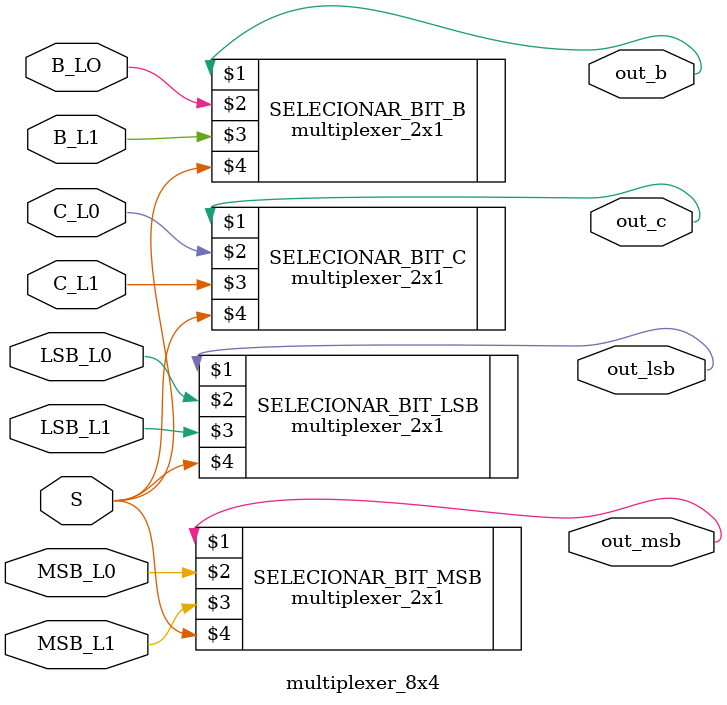
<source format=v>
/*                      --------MULTIPLEXADOR 8x4--------*/


module multiplexer_8x4(out_msb, out_b, out_c, out_lsb, MSB_L0, B_LO, C_L0, LSB_L0, MSB_L1, B_L1, C_L1, LSB_L1, S); // RECEBER DOIS COJUNTO DE 4 BITs E SELECIONAR UM DESSES CONJUNTOS DE BITs A PARTIR DO RESULTADO DE "S";

    input MSB_L0, B_LO, C_L0, LSB_L0;   // BITs DO PRIMEIRO CONJUNTO "L0";
    input MSB_L1, B_L1, C_L1, LSB_L1; // BITs DO SEGUNDO CONJUNTO "L1";
    input S; // ENTRADA DE HABILITAÇÃO — SE "S" FOR IGUAL A 0, ENTÃO SELECIONE O CONJUNTO L0, CASO O CONTRARIO ESCOLHA L1
    
    output out_msb, out_b, out_c, out_lsb; // CONJUNTO DE BITs SELECIONADOS;
   
   /* OS BITS SELECIONADOS PELOS MUX PERTENCERAM AO MESMO CONJUNTO; */
    multiplexer_2x1 SELECIONAR_BIT_MSB(out_msb, MSB_L0, MSB_L1, S);
   
    multiplexer_2x1 SELECIONAR_BIT_B(out_b, B_LO, B_L1, S);
   
    multiplexer_2x1 SELECIONAR_BIT_C(out_c, C_L0, C_L1, S);
   
    multiplexer_2x1 SELECIONAR_BIT_LSB(out_lsb, LSB_L0, LSB_L1, S);
   
endmodule 
</source>
